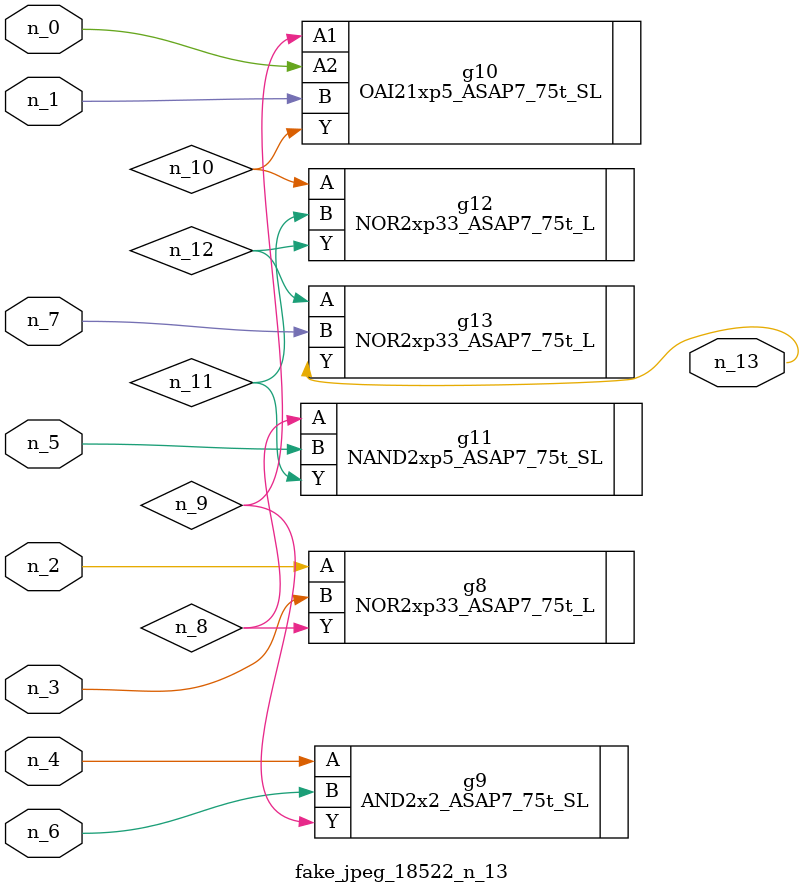
<source format=v>
module fake_jpeg_18522_n_13 (n_3, n_2, n_1, n_0, n_4, n_6, n_5, n_7, n_13);

input n_3;
input n_2;
input n_1;
input n_0;
input n_4;
input n_6;
input n_5;
input n_7;

output n_13;

wire n_11;
wire n_10;
wire n_12;
wire n_8;
wire n_9;

NOR2xp33_ASAP7_75t_L g8 ( 
.A(n_2),
.B(n_3),
.Y(n_8)
);

AND2x2_ASAP7_75t_SL g9 ( 
.A(n_4),
.B(n_6),
.Y(n_9)
);

OAI21xp5_ASAP7_75t_SL g10 ( 
.A1(n_9),
.A2(n_0),
.B(n_1),
.Y(n_10)
);

NOR2xp33_ASAP7_75t_L g12 ( 
.A(n_10),
.B(n_11),
.Y(n_12)
);

NAND2xp5_ASAP7_75t_SL g11 ( 
.A(n_8),
.B(n_5),
.Y(n_11)
);

NOR2xp33_ASAP7_75t_L g13 ( 
.A(n_12),
.B(n_7),
.Y(n_13)
);


endmodule
</source>
